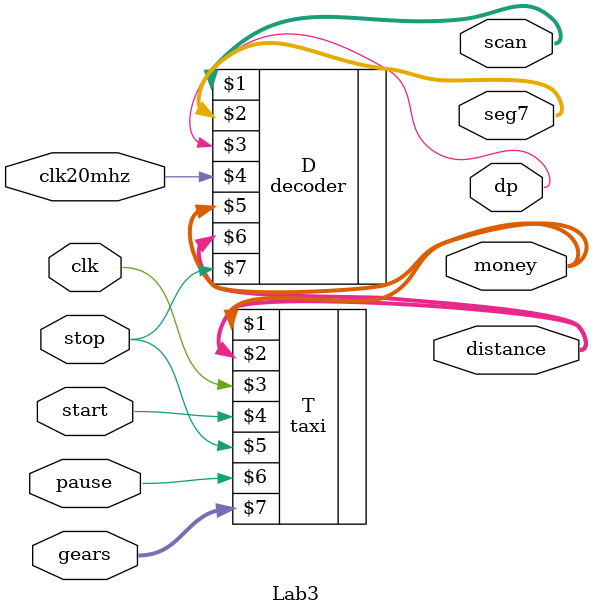
<source format=v>
module Lab3(money,distance,scan,seg7,dp,clk20mhz,clk,start,stop,pause,gears);
	output [7:0] scan;
	output [6:0] seg7;
	output dp;
	input clk20mhz,clk;
	input start,stop,pause;
	input [1:0] gears;
	
	output [12:0] money,distance;
	taxi T(money,distance,clk,start,stop,pause,gears);
	//decoder D(scan,seg7,dp,clk20mhz,money,distance);
	decoder D(scan,seg7,dp,clk20mhz,money,distance,stop);
endmodule
</source>
